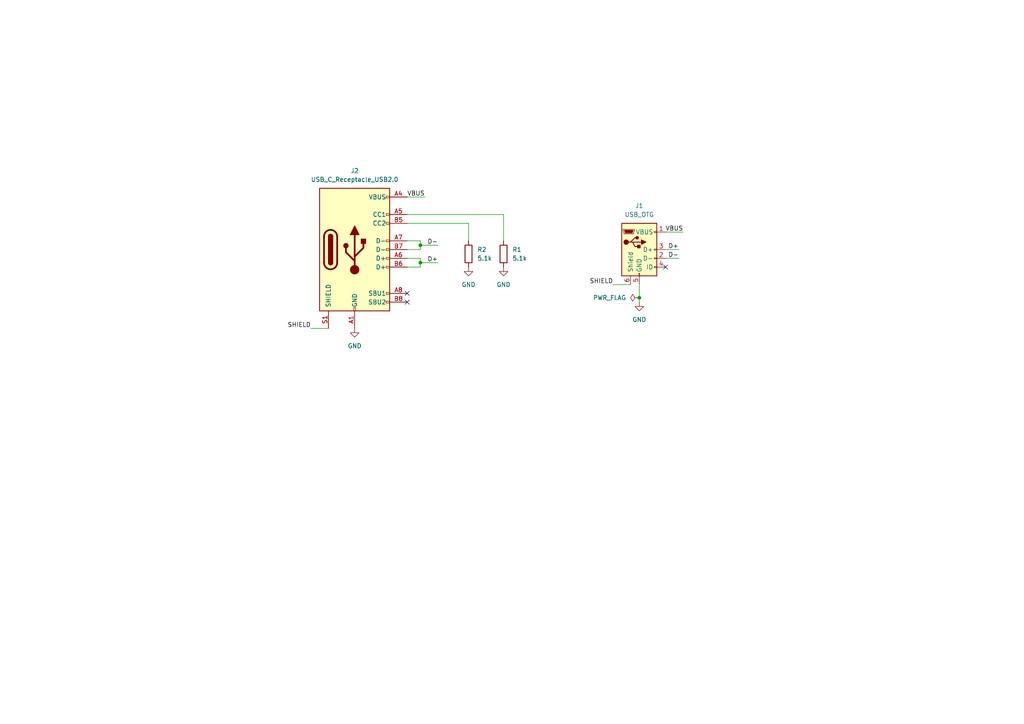
<source format=kicad_sch>
(kicad_sch (version 20230121) (generator eeschema)
  (paper "A4")
  (lib_symbols
    (symbol "Connector:USB_C_Receptacle_USB2.0" (pin_names (offset 1.016))
      (property "Reference" "J" (at -10.16 19.05 0))
      (property "Value" "USB_C_Receptacle_USB2.0" (at 19.05 19.05 0))
      (symbol "USB_C_Receptacle_USB2.0_0_0"
        (rectangle (start -0.254 -17.78) (end 0.254 -16.764))
        (rectangle (start 10.16 -14.986) (end 9.144 -15.494))
        (rectangle (start 10.16 -12.446) (end 9.144 -12.954))
        (rectangle (start 10.16 -4.826) (end 9.144 -5.334))
        (rectangle (start 10.16 -2.286) (end 9.144 -2.794))
        (rectangle (start 10.16 0.254) (end 9.144 -0.254))
        (rectangle (start 10.16 2.794) (end 9.144 2.286))
        (rectangle (start 10.16 7.874) (end 9.144 7.366))
        (rectangle (start 10.16 10.414) (end 9.144 9.906))
        (rectangle (start 10.16 15.494) (end 9.144 14.986))
      )
      (symbol "USB_C_Receptacle_USB2.0_0_1"
        (rectangle (start -10.16 17.78) (end 10.16 -17.78) (stroke (width 0.254)) (fill (type background)))
        (arc (start -8.89 -3.81) (mid -6.985 -5.7067) (end -5.08 -3.81) (stroke (width 0.508)))
        (arc (start -7.62 -3.81) (mid -6.985 -4.4423) (end -6.35 -3.81) (stroke (width 0.254)))
        (arc (start -7.62 -3.81) (mid -6.985 -4.4423) (end -6.35 -3.81) (stroke (width 0.254)) (fill (type outline)))
        (rectangle (start -7.62 -3.81) (end -6.35 3.81) (stroke (width 0.254)) (fill (type outline)))
        (arc (start -6.35 3.81) (mid -6.985 4.4423) (end -7.62 3.81) (stroke (width 0.254)))
        (arc (start -6.35 3.81) (mid -6.985 4.4423) (end -7.62 3.81) (stroke (width 0.254)) (fill (type outline)))
        (arc (start -5.08 3.81) (mid -6.985 5.7067) (end -8.89 3.81) (stroke (width 0.508)))
        (circle (center -2.54 1.143) (radius 0.635) (stroke (width 0.254)) (fill (type outline)))
        (circle (center 0 -5.842) (radius 1.27) (fill (type outline)))
        (polyline (pts (xy -8.89 -3.81) (xy -8.89 3.81)) (stroke (width 0.508)))
        (polyline (pts (xy -5.08 3.81) (xy -5.08 -3.81)) (stroke (width 0.508)))
        (polyline (pts (xy 0 -5.842) (xy 0 4.318)) (stroke (width 0.508)))
        (polyline (pts (xy 0 -3.302) (xy -2.54 -0.762) (xy -2.54 0.508)) (stroke (width 0.508)))
        (polyline (pts (xy 0 -2.032) (xy 2.54 0.508) (xy 2.54 1.778)) (stroke (width 0.508)))
        (polyline (pts (xy -1.27 4.318) (xy 0 6.858) (xy 1.27 4.318) (xy -1.27 4.318)) (stroke (width 0.254)) (fill (type outline)))
        (rectangle (start 1.905 1.778) (end 3.175 3.048) (stroke (width 0.254)) (fill (type outline)))
      )
      (symbol "USB_C_Receptacle_USB2.0_1_1"
        (pin passive line (at 0 -22.86 90) (length 5.08) (name "GND") (number "A1"))
        (pin passive line (at 0 -22.86 90) (length 5.08) hide (name "GND") (number "A12"))
        (pin passive line (at 15.24 15.24 180) (length 5.08) (name "VBUS") (number "A4"))
        (pin bidirectional line (at 15.24 10.16 180) (length 5.08) (name "CC1") (number "A5"))
        (pin bidirectional line (at 15.24 -2.54 180) (length 5.08) (name "D+") (number "A6"))
        (pin bidirectional line (at 15.24 2.54 180) (length 5.08) (name "D-") (number "A7"))
        (pin bidirectional line (at 15.24 -12.7 180) (length 5.08) (name "SBU1") (number "A8"))
        (pin passive line (at 15.24 15.24 180) (length 5.08) hide (name "VBUS") (number "A9"))
        (pin passive line (at 0 -22.86 90) (length 5.08) hide (name "GND") (number "B1"))
        (pin passive line (at 0 -22.86 90) (length 5.08) hide (name "GND") (number "B12"))
        (pin passive line (at 15.24 15.24 180) (length 5.08) hide (name "VBUS") (number "B4"))
        (pin bidirectional line (at 15.24 7.62 180) (length 5.08) (name "CC2") (number "B5"))
        (pin bidirectional line (at 15.24 -5.08 180) (length 5.08) (name "D+") (number "B6"))
        (pin bidirectional line (at 15.24 0 180) (length 5.08) (name "D-") (number "B7"))
        (pin bidirectional line (at 15.24 -15.24 180) (length 5.08) (name "SBU2") (number "B8"))
        (pin passive line (at 15.24 15.24 180) (length 5.08) hide (name "VBUS") (number "B9"))
        (pin passive line (at -7.62 -22.86 90) (length 5.08) (name "SHIELD") (number "S1"))
      )
    )
    (symbol "Connector:USB_OTG" (pin_names (offset 1.016))
      (property "Reference" "J" (at -5.08 11.43 0))
      (property "Value" "USB_OTG" (at -5.08 8.89 0))
      (symbol "USB_OTG_0_1"
        (rectangle (start -5.08 -7.62) (end 5.08 7.62) (stroke (width 0.254)) (fill (type background)))
        (circle (center -3.81 2.159) (radius 0.635) (stroke (width 0.254)) (fill (type outline)))
        (circle (center -0.635 3.429) (radius 0.381) (stroke (width 0.254)) (fill (type outline)))
        (rectangle (start -0.127 -7.62) (end 0.127 -6.858))
        (polyline (pts (xy -1.905 2.159) (xy 0.635 2.159)) (stroke (width 0.254)))
        (polyline (pts (xy -3.175 2.159) (xy -2.54 2.159) (xy -1.27 3.429) (xy -0.635 3.429)) (stroke (width 0.254)))
        (polyline (pts (xy -2.54 2.159) (xy -1.905 2.159) (xy -1.27 0.889) (xy 0 0.889)) (stroke (width 0.254)))
        (polyline (pts (xy 0.635 2.794) (xy 0.635 1.524) (xy 1.905 2.159) (xy 0.635 2.794)) (stroke (width 0.254)) (fill (type outline)))
        (polyline (pts (xy -4.318 5.588) (xy -1.778 5.588) (xy -2.032 4.826) (xy -4.064 4.826) (xy -4.318 5.588)) (fill (type outline)))
        (polyline (pts (xy -4.699 5.842) (xy -4.699 5.588) (xy -4.445 4.826) (xy -4.445 4.572) (xy -1.651 4.572) (xy -1.651 4.826) (xy -1.397 5.588) (xy -1.397 5.842) (xy -4.699 5.842)))
        (rectangle (start 0.254 1.27) (end -0.508 0.508) (stroke (width 0.254)) (fill (type outline)))
        (rectangle (start 5.08 -5.207) (end 4.318 -4.953))
        (rectangle (start 5.08 -2.667) (end 4.318 -2.413))
        (rectangle (start 5.08 -0.127) (end 4.318 0.127))
        (rectangle (start 5.08 4.953) (end 4.318 5.207))
      )
      (symbol "USB_OTG_1_1"
        (pin passive line (at 7.62 5.08 180) (length 2.54) (name "VBUS") (number "1"))
        (pin bidirectional line (at 7.62 -2.54 180) (length 2.54) (name "D-") (number "2"))
        (pin bidirectional line (at 7.62 0 180) (length 2.54) (name "D+") (number "3"))
        (pin passive line (at 7.62 -5.08 180) (length 2.54) (name "ID") (number "4"))
        (pin passive line (at 0 -10.16 90) (length 2.54) (name "GND") (number "5"))
        (pin passive line (at -2.54 -10.16 90) (length 2.54) (name "Shield") (number "6"))
      )
    )
    (symbol "Device:R" (pin_numbers hide) (pin_names (offset 0))
      (property "Reference" "R" (at 2.032 0 90))
      (property "Value" "R" (at 0 0 90))
      (symbol "R_0_1"
        (rectangle (start -1.016 -2.54) (end 1.016 2.54) (stroke (width 0.254)))
      )
      (symbol "R_1_1"
        (pin passive line (at 0 3.81 270) (length 1.27) (name "~") (number "1"))
        (pin passive line (at 0 -3.81 90) (length 1.27) (name "~") (number "2"))
      )
    )
    (symbol "power:GND" (power) (pin_names (offset 0))
      (property "Value" "GND" (at 0 -3.81 0))
      (symbol "GND_0_1"
        (polyline (pts (xy 0 0) (xy 0 -1.27) (xy 1.27 -1.27) (xy 0 -2.54) (xy -1.27 -1.27) (xy 0 -1.27)))
      )
      (symbol "GND_1_1"
        (pin power_in line (at 0 0 270) (length 0) hide (name "GND") (number "1"))
      )
    )
    (symbol "power:PWR_FLAG" (power) (pin_numbers hide) (pin_names (offset 0) hide)
      (property "Value" "PWR_FLAG" (at 0 3.81 0))
      (symbol "PWR_FLAG_0_0"
        (pin power_out line (at 0 0 90) (length 0) (name "pwr") (number "1"))
      )
      (symbol "PWR_FLAG_0_1"
        (polyline (pts (xy 0 0) (xy 0 1.27) (xy -1.016 1.905) (xy 0 2.54) (xy 1.016 1.905) (xy 0 1.27)))
      )
    )
  )
  (junction (at 185.42 86.36))
  (junction (at 121.92 71.12))
  (junction (at 121.92 76.2))
  (no_connect (at 118.11 85.09))
  (no_connect (at 193.04 77.47))
  (no_connect (at 118.11 87.63))
  (wire (pts (xy 182.88 82.55) (xy 177.8 82.55)))
  (wire (pts (xy 121.92 77.47) (xy 118.11 77.47)))
  (wire (pts (xy 90.17 95.25) (xy 95.25 95.25)))
  (wire (pts (xy 118.11 64.77) (xy 135.89 64.77)))
  (wire (pts (xy 121.92 71.12) (xy 121.92 72.39)))
  (wire (pts (xy 193.04 74.93) (xy 196.85 74.93)))
  (wire (pts (xy 118.11 57.15) (xy 123.19 57.15)))
  (wire (pts (xy 193.04 67.31) (xy 198.12 67.31)))
  (wire (pts (xy 185.42 87.63) (xy 185.42 86.36)))
  (wire (pts (xy 146.05 69.85) (xy 146.05 62.23)))
  (wire (pts (xy 121.92 71.12) (xy 127 71.12)))
  (wire (pts (xy 121.92 74.93) (xy 121.92 76.2)))
  (wire (pts (xy 135.89 64.77) (xy 135.89 69.85)))
  (wire (pts (xy 193.04 72.39) (xy 196.85 72.39)))
  (wire (pts (xy 146.05 62.23) (xy 118.11 62.23)))
  (wire (pts (xy 121.92 76.2) (xy 127 76.2)))
  (wire (pts (xy 185.42 86.36) (xy 185.42 82.55)))
  (wire (pts (xy 121.92 74.93) (xy 118.11 74.93)))
  (wire (pts (xy 121.92 69.85) (xy 118.11 69.85)))
  (wire (pts (xy 121.92 76.2) (xy 121.92 77.47)))
  (wire (pts (xy 121.92 69.85) (xy 121.92 71.12)))
  (wire (pts (xy 121.92 72.39) (xy 118.11 72.39)))
  (label "VBUS" (at 198.12 67.31 180))
  (label "D+" (at 127 76.2 180))
  (label "SHIELD" (at 90.17 95.25 180))
  (label "D-" (at 127 71.12 180))
  (label "D+" (at 196.85 72.39 180))
  (label "VBUS" (at 123.19 57.15 180))
  (label "D-" (at 196.85 74.93 180))
  (label "SHIELD" (at 177.8 82.55 180))
  (symbol (lib_id "power:GND") (at 185.42 87.63 0) (unit 1)
    (property "Reference" "#PWR04" (effects hide))
    (property "Value" "GND" (at 185.42 92.71 0))
  )
  (symbol (lib_id "Connector:USB_C_Receptacle_USB2.0") (at 102.87 72.39 0) (unit 1)
    (property "Reference" "J2" (at 102.87 49.53 0))
    (property "Value" "USB_C_Receptacle_USB2.0" (at 102.87 52.07 0))
    (property "Footprint" "usb4105_modify:usb4105" (effects hide))
    (property "Datasheet" "https://www.usb.org/sites/default/files/documents/usb_type-c.zip" (effects hide))
  )
  (symbol (lib_id "Device:R") (at 146.05 73.66 0) (unit 1)
    (property "Reference" "R1" (at 148.59 72.39 0) (effects (justify left)))
    (property "Value" "5.1k" (at 148.59 74.93 0) (effects (justify left)))
    (property "Footprint" "Resistor_SMD:R_0402_1005Metric" (effects hide))
  )
  (symbol (lib_id "power:GND") (at 102.87 95.25 0) (unit 1)
    (property "Reference" "#PWR01" (effects hide))
    (property "Value" "GND" (at 102.87 100.33 0))
  )
  (symbol (lib_id "Connector:USB_OTG") (at 185.42 72.39 0) (unit 1)
    (property "Reference" "J1" (at 185.42 59.69 0))
    (property "Value" "USB_OTG" (at 185.42 62.23 0))
    (property "Footprint" "ti84_mini_usb:ti84_mini_usb" (effects hide))
    (property "Datasheet" " ~" (effects hide))
  )
  (symbol (lib_id "power:PWR_FLAG") (at 185.42 86.36 90) (unit 1)
    (property "Reference" "#FLG01" (effects hide))
    (property "Value" "PWR_FLAG" (at 181.61 86.36 90) (effects (justify left)))
  )
  (symbol (lib_id "power:GND") (at 135.89 77.47 0) (unit 1)
    (property "Reference" "#PWR02" (effects hide))
    (property "Value" "GND" (at 135.89 82.55 0))
  )
  (symbol (lib_id "power:GND") (at 146.05 77.47 0) (unit 1)
    (property "Reference" "#PWR03" (effects hide))
    (property "Value" "GND" (at 146.05 82.55 0))
  )
  (symbol (lib_id "Device:R") (at 135.89 73.66 0) (unit 1)
    (property "Reference" "R2" (at 138.43 72.39 0) (effects (justify left)))
    (property "Value" "5.1k" (at 138.43 74.93 0) (effects (justify left)))
    (property "Footprint" "Resistor_SMD:R_0402_1005Metric" (effects hide))
  )
)
</source>
